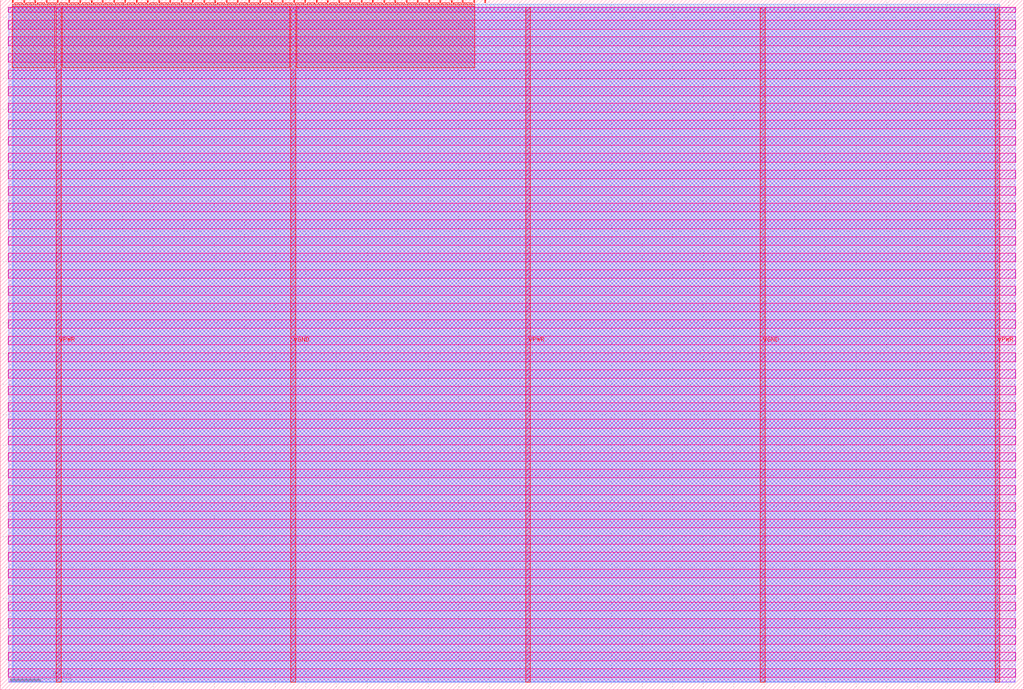
<source format=lef>
VERSION 5.7 ;
  NOWIREEXTENSIONATPIN ON ;
  DIVIDERCHAR "/" ;
  BUSBITCHARS "[]" ;
MACRO tt_um_rejunity_vga
  CLASS BLOCK ;
  FOREIGN tt_um_rejunity_vga ;
  ORIGIN 0.000 0.000 ;
  SIZE 334.880 BY 225.760 ;
  PIN VGND
    DIRECTION INOUT ;
    USE GROUND ;
    PORT
      LAYER met4 ;
        RECT 95.080 2.480 96.680 223.280 ;
    END
    PORT
      LAYER met4 ;
        RECT 248.680 2.480 250.280 223.280 ;
    END
  END VGND
  PIN VPWR
    DIRECTION INOUT ;
    USE POWER ;
    PORT
      LAYER met4 ;
        RECT 18.280 2.480 19.880 223.280 ;
    END
    PORT
      LAYER met4 ;
        RECT 171.880 2.480 173.480 223.280 ;
    END
    PORT
      LAYER met4 ;
        RECT 325.480 2.480 327.080 223.280 ;
    END
  END VPWR
  PIN clk
    DIRECTION INPUT ;
    USE SIGNAL ;
    ANTENNAGATEAREA 0.852000 ;
    PORT
      LAYER met4 ;
        RECT 154.870 224.760 155.170 225.760 ;
    END
  END clk
  PIN ena
    DIRECTION INPUT ;
    USE SIGNAL ;
    PORT
      LAYER met4 ;
        RECT 158.550 224.760 158.850 225.760 ;
    END
  END ena
  PIN rst_n
    DIRECTION INPUT ;
    USE SIGNAL ;
    ANTENNAGATEAREA 0.126000 ;
    PORT
      LAYER met4 ;
        RECT 151.190 224.760 151.490 225.760 ;
    END
  END rst_n
  PIN ui_in[0]
    DIRECTION INPUT ;
    USE SIGNAL ;
    PORT
      LAYER met4 ;
        RECT 147.510 224.760 147.810 225.760 ;
    END
  END ui_in[0]
  PIN ui_in[1]
    DIRECTION INPUT ;
    USE SIGNAL ;
    PORT
      LAYER met4 ;
        RECT 143.830 224.760 144.130 225.760 ;
    END
  END ui_in[1]
  PIN ui_in[2]
    DIRECTION INPUT ;
    USE SIGNAL ;
    PORT
      LAYER met4 ;
        RECT 140.150 224.760 140.450 225.760 ;
    END
  END ui_in[2]
  PIN ui_in[3]
    DIRECTION INPUT ;
    USE SIGNAL ;
    PORT
      LAYER met4 ;
        RECT 136.470 224.760 136.770 225.760 ;
    END
  END ui_in[3]
  PIN ui_in[4]
    DIRECTION INPUT ;
    USE SIGNAL ;
    PORT
      LAYER met4 ;
        RECT 132.790 224.760 133.090 225.760 ;
    END
  END ui_in[4]
  PIN ui_in[5]
    DIRECTION INPUT ;
    USE SIGNAL ;
    PORT
      LAYER met4 ;
        RECT 129.110 224.760 129.410 225.760 ;
    END
  END ui_in[5]
  PIN ui_in[6]
    DIRECTION INPUT ;
    USE SIGNAL ;
    PORT
      LAYER met4 ;
        RECT 125.430 224.760 125.730 225.760 ;
    END
  END ui_in[6]
  PIN ui_in[7]
    DIRECTION INPUT ;
    USE SIGNAL ;
    PORT
      LAYER met4 ;
        RECT 121.750 224.760 122.050 225.760 ;
    END
  END ui_in[7]
  PIN uio_in[0]
    DIRECTION INPUT ;
    USE SIGNAL ;
    PORT
      LAYER met4 ;
        RECT 118.070 224.760 118.370 225.760 ;
    END
  END uio_in[0]
  PIN uio_in[1]
    DIRECTION INPUT ;
    USE SIGNAL ;
    PORT
      LAYER met4 ;
        RECT 114.390 224.760 114.690 225.760 ;
    END
  END uio_in[1]
  PIN uio_in[2]
    DIRECTION INPUT ;
    USE SIGNAL ;
    PORT
      LAYER met4 ;
        RECT 110.710 224.760 111.010 225.760 ;
    END
  END uio_in[2]
  PIN uio_in[3]
    DIRECTION INPUT ;
    USE SIGNAL ;
    PORT
      LAYER met4 ;
        RECT 107.030 224.760 107.330 225.760 ;
    END
  END uio_in[3]
  PIN uio_in[4]
    DIRECTION INPUT ;
    USE SIGNAL ;
    PORT
      LAYER met4 ;
        RECT 103.350 224.760 103.650 225.760 ;
    END
  END uio_in[4]
  PIN uio_in[5]
    DIRECTION INPUT ;
    USE SIGNAL ;
    PORT
      LAYER met4 ;
        RECT 99.670 224.760 99.970 225.760 ;
    END
  END uio_in[5]
  PIN uio_in[6]
    DIRECTION INPUT ;
    USE SIGNAL ;
    PORT
      LAYER met4 ;
        RECT 95.990 224.760 96.290 225.760 ;
    END
  END uio_in[6]
  PIN uio_in[7]
    DIRECTION INPUT ;
    USE SIGNAL ;
    PORT
      LAYER met4 ;
        RECT 92.310 224.760 92.610 225.760 ;
    END
  END uio_in[7]
  PIN uio_oe[0]
    DIRECTION OUTPUT TRISTATE ;
    USE SIGNAL ;
    PORT
      LAYER met4 ;
        RECT 29.750 224.760 30.050 225.760 ;
    END
  END uio_oe[0]
  PIN uio_oe[1]
    DIRECTION OUTPUT TRISTATE ;
    USE SIGNAL ;
    PORT
      LAYER met4 ;
        RECT 26.070 224.760 26.370 225.760 ;
    END
  END uio_oe[1]
  PIN uio_oe[2]
    DIRECTION OUTPUT TRISTATE ;
    USE SIGNAL ;
    PORT
      LAYER met4 ;
        RECT 22.390 224.760 22.690 225.760 ;
    END
  END uio_oe[2]
  PIN uio_oe[3]
    DIRECTION OUTPUT TRISTATE ;
    USE SIGNAL ;
    PORT
      LAYER met4 ;
        RECT 18.710 224.760 19.010 225.760 ;
    END
  END uio_oe[3]
  PIN uio_oe[4]
    DIRECTION OUTPUT TRISTATE ;
    USE SIGNAL ;
    PORT
      LAYER met4 ;
        RECT 15.030 224.760 15.330 225.760 ;
    END
  END uio_oe[4]
  PIN uio_oe[5]
    DIRECTION OUTPUT TRISTATE ;
    USE SIGNAL ;
    PORT
      LAYER met4 ;
        RECT 11.350 224.760 11.650 225.760 ;
    END
  END uio_oe[5]
  PIN uio_oe[6]
    DIRECTION OUTPUT TRISTATE ;
    USE SIGNAL ;
    PORT
      LAYER met4 ;
        RECT 7.670 224.760 7.970 225.760 ;
    END
  END uio_oe[6]
  PIN uio_oe[7]
    DIRECTION OUTPUT TRISTATE ;
    USE SIGNAL ;
    PORT
      LAYER met4 ;
        RECT 3.990 224.760 4.290 225.760 ;
    END
  END uio_oe[7]
  PIN uio_out[0]
    DIRECTION OUTPUT TRISTATE ;
    USE SIGNAL ;
    PORT
      LAYER met4 ;
        RECT 59.190 224.760 59.490 225.760 ;
    END
  END uio_out[0]
  PIN uio_out[1]
    DIRECTION OUTPUT TRISTATE ;
    USE SIGNAL ;
    PORT
      LAYER met4 ;
        RECT 55.510 224.760 55.810 225.760 ;
    END
  END uio_out[1]
  PIN uio_out[2]
    DIRECTION OUTPUT TRISTATE ;
    USE SIGNAL ;
    PORT
      LAYER met4 ;
        RECT 51.830 224.760 52.130 225.760 ;
    END
  END uio_out[2]
  PIN uio_out[3]
    DIRECTION OUTPUT TRISTATE ;
    USE SIGNAL ;
    PORT
      LAYER met4 ;
        RECT 48.150 224.760 48.450 225.760 ;
    END
  END uio_out[3]
  PIN uio_out[4]
    DIRECTION OUTPUT TRISTATE ;
    USE SIGNAL ;
    PORT
      LAYER met4 ;
        RECT 44.470 224.760 44.770 225.760 ;
    END
  END uio_out[4]
  PIN uio_out[5]
    DIRECTION OUTPUT TRISTATE ;
    USE SIGNAL ;
    PORT
      LAYER met4 ;
        RECT 40.790 224.760 41.090 225.760 ;
    END
  END uio_out[5]
  PIN uio_out[6]
    DIRECTION OUTPUT TRISTATE ;
    USE SIGNAL ;
    PORT
      LAYER met4 ;
        RECT 37.110 224.760 37.410 225.760 ;
    END
  END uio_out[6]
  PIN uio_out[7]
    DIRECTION OUTPUT TRISTATE ;
    USE SIGNAL ;
    PORT
      LAYER met4 ;
        RECT 33.430 224.760 33.730 225.760 ;
    END
  END uio_out[7]
  PIN uo_out[0]
    DIRECTION OUTPUT TRISTATE ;
    USE SIGNAL ;
    ANTENNADIFFAREA 0.891000 ;
    PORT
      LAYER met4 ;
        RECT 88.630 224.760 88.930 225.760 ;
    END
  END uo_out[0]
  PIN uo_out[1]
    DIRECTION OUTPUT TRISTATE ;
    USE SIGNAL ;
    ANTENNADIFFAREA 0.445500 ;
    PORT
      LAYER met4 ;
        RECT 84.950 224.760 85.250 225.760 ;
    END
  END uo_out[1]
  PIN uo_out[2]
    DIRECTION OUTPUT TRISTATE ;
    USE SIGNAL ;
    ANTENNAGATEAREA 0.159000 ;
    ANTENNADIFFAREA 0.795200 ;
    PORT
      LAYER met4 ;
        RECT 81.270 224.760 81.570 225.760 ;
    END
  END uo_out[2]
  PIN uo_out[3]
    DIRECTION OUTPUT TRISTATE ;
    USE SIGNAL ;
    ANTENNADIFFAREA 0.445500 ;
    PORT
      LAYER met4 ;
        RECT 77.590 224.760 77.890 225.760 ;
    END
  END uo_out[3]
  PIN uo_out[4]
    DIRECTION OUTPUT TRISTATE ;
    USE SIGNAL ;
    ANTENNADIFFAREA 0.891000 ;
    PORT
      LAYER met4 ;
        RECT 73.910 224.760 74.210 225.760 ;
    END
  END uo_out[4]
  PIN uo_out[5]
    DIRECTION OUTPUT TRISTATE ;
    USE SIGNAL ;
    ANTENNADIFFAREA 0.445500 ;
    PORT
      LAYER met4 ;
        RECT 70.230 224.760 70.530 225.760 ;
    END
  END uo_out[5]
  PIN uo_out[6]
    DIRECTION OUTPUT TRISTATE ;
    USE SIGNAL ;
    ANTENNAGATEAREA 0.159000 ;
    ANTENNADIFFAREA 0.795200 ;
    PORT
      LAYER met4 ;
        RECT 66.550 224.760 66.850 225.760 ;
    END
  END uo_out[6]
  PIN uo_out[7]
    DIRECTION OUTPUT TRISTATE ;
    USE SIGNAL ;
    ANTENNADIFFAREA 0.445500 ;
    PORT
      LAYER met4 ;
        RECT 62.870 224.760 63.170 225.760 ;
    END
  END uo_out[7]
  OBS
      LAYER nwell ;
        RECT 2.570 221.625 332.310 223.230 ;
        RECT 2.570 216.185 332.310 219.015 ;
        RECT 2.570 210.745 332.310 213.575 ;
        RECT 2.570 205.305 332.310 208.135 ;
        RECT 2.570 199.865 332.310 202.695 ;
        RECT 2.570 194.425 332.310 197.255 ;
        RECT 2.570 188.985 332.310 191.815 ;
        RECT 2.570 183.545 332.310 186.375 ;
        RECT 2.570 178.105 332.310 180.935 ;
        RECT 2.570 172.665 332.310 175.495 ;
        RECT 2.570 167.225 332.310 170.055 ;
        RECT 2.570 161.785 332.310 164.615 ;
        RECT 2.570 156.345 332.310 159.175 ;
        RECT 2.570 150.905 332.310 153.735 ;
        RECT 2.570 145.465 332.310 148.295 ;
        RECT 2.570 140.025 332.310 142.855 ;
        RECT 2.570 134.585 332.310 137.415 ;
        RECT 2.570 129.145 332.310 131.975 ;
        RECT 2.570 123.705 332.310 126.535 ;
        RECT 2.570 118.265 332.310 121.095 ;
        RECT 2.570 112.825 332.310 115.655 ;
        RECT 2.570 107.385 332.310 110.215 ;
        RECT 2.570 101.945 332.310 104.775 ;
        RECT 2.570 96.505 332.310 99.335 ;
        RECT 2.570 91.065 332.310 93.895 ;
        RECT 2.570 85.625 332.310 88.455 ;
        RECT 2.570 80.185 332.310 83.015 ;
        RECT 2.570 74.745 332.310 77.575 ;
        RECT 2.570 69.305 332.310 72.135 ;
        RECT 2.570 63.865 332.310 66.695 ;
        RECT 2.570 58.425 332.310 61.255 ;
        RECT 2.570 52.985 332.310 55.815 ;
        RECT 2.570 47.545 332.310 50.375 ;
        RECT 2.570 42.105 332.310 44.935 ;
        RECT 2.570 36.665 332.310 39.495 ;
        RECT 2.570 31.225 332.310 34.055 ;
        RECT 2.570 25.785 332.310 28.615 ;
        RECT 2.570 20.345 332.310 23.175 ;
        RECT 2.570 14.905 332.310 17.735 ;
        RECT 2.570 9.465 332.310 12.295 ;
        RECT 2.570 4.025 332.310 6.855 ;
      LAYER li1 ;
        RECT 2.760 2.635 332.120 223.125 ;
      LAYER met1 ;
        RECT 2.760 2.480 332.120 223.280 ;
      LAYER met2 ;
        RECT 4.230 2.535 327.050 224.245 ;
      LAYER met3 ;
        RECT 3.950 2.555 327.070 224.225 ;
      LAYER met4 ;
        RECT 4.690 224.360 7.270 224.760 ;
        RECT 8.370 224.360 10.950 224.760 ;
        RECT 12.050 224.360 14.630 224.760 ;
        RECT 15.730 224.360 18.310 224.760 ;
        RECT 19.410 224.360 21.990 224.760 ;
        RECT 23.090 224.360 25.670 224.760 ;
        RECT 26.770 224.360 29.350 224.760 ;
        RECT 30.450 224.360 33.030 224.760 ;
        RECT 34.130 224.360 36.710 224.760 ;
        RECT 37.810 224.360 40.390 224.760 ;
        RECT 41.490 224.360 44.070 224.760 ;
        RECT 45.170 224.360 47.750 224.760 ;
        RECT 48.850 224.360 51.430 224.760 ;
        RECT 52.530 224.360 55.110 224.760 ;
        RECT 56.210 224.360 58.790 224.760 ;
        RECT 59.890 224.360 62.470 224.760 ;
        RECT 63.570 224.360 66.150 224.760 ;
        RECT 67.250 224.360 69.830 224.760 ;
        RECT 70.930 224.360 73.510 224.760 ;
        RECT 74.610 224.360 77.190 224.760 ;
        RECT 78.290 224.360 80.870 224.760 ;
        RECT 81.970 224.360 84.550 224.760 ;
        RECT 85.650 224.360 88.230 224.760 ;
        RECT 89.330 224.360 91.910 224.760 ;
        RECT 93.010 224.360 95.590 224.760 ;
        RECT 96.690 224.360 99.270 224.760 ;
        RECT 100.370 224.360 102.950 224.760 ;
        RECT 104.050 224.360 106.630 224.760 ;
        RECT 107.730 224.360 110.310 224.760 ;
        RECT 111.410 224.360 113.990 224.760 ;
        RECT 115.090 224.360 117.670 224.760 ;
        RECT 118.770 224.360 121.350 224.760 ;
        RECT 122.450 224.360 125.030 224.760 ;
        RECT 126.130 224.360 128.710 224.760 ;
        RECT 129.810 224.360 132.390 224.760 ;
        RECT 133.490 224.360 136.070 224.760 ;
        RECT 137.170 224.360 139.750 224.760 ;
        RECT 140.850 224.360 143.430 224.760 ;
        RECT 144.530 224.360 147.110 224.760 ;
        RECT 148.210 224.360 150.790 224.760 ;
        RECT 151.890 224.360 154.470 224.760 ;
        RECT 3.975 223.680 155.185 224.360 ;
        RECT 3.975 203.495 17.880 223.680 ;
        RECT 20.280 203.495 94.680 223.680 ;
        RECT 97.080 203.495 155.185 223.680 ;
  END
END tt_um_rejunity_vga
END LIBRARY


</source>
